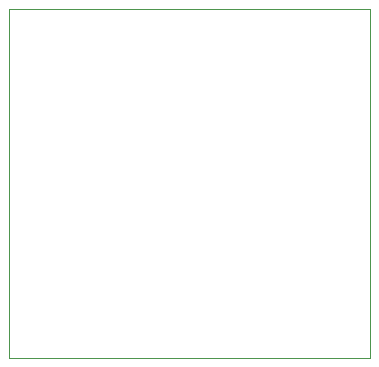
<source format=gbr>
%TF.GenerationSoftware,KiCad,Pcbnew,9.0.1*%
%TF.CreationDate,2025-06-04T16:34:01-03:00*%
%TF.ProjectId,PlacaGenerica-bjt,506c6163-6147-4656-9e65-726963612d62,rev?*%
%TF.SameCoordinates,Original*%
%TF.FileFunction,Profile,NP*%
%FSLAX46Y46*%
G04 Gerber Fmt 4.6, Leading zero omitted, Abs format (unit mm)*
G04 Created by KiCad (PCBNEW 9.0.1) date 2025-06-04 16:34:01*
%MOMM*%
%LPD*%
G01*
G04 APERTURE LIST*
%TA.AperFunction,Profile*%
%ADD10C,0.050000*%
%TD*%
G04 APERTURE END LIST*
D10*
X85500000Y-49560000D02*
X116030000Y-49560000D01*
X116030000Y-79130000D01*
X85500000Y-79130000D01*
X85500000Y-49560000D01*
M02*

</source>
